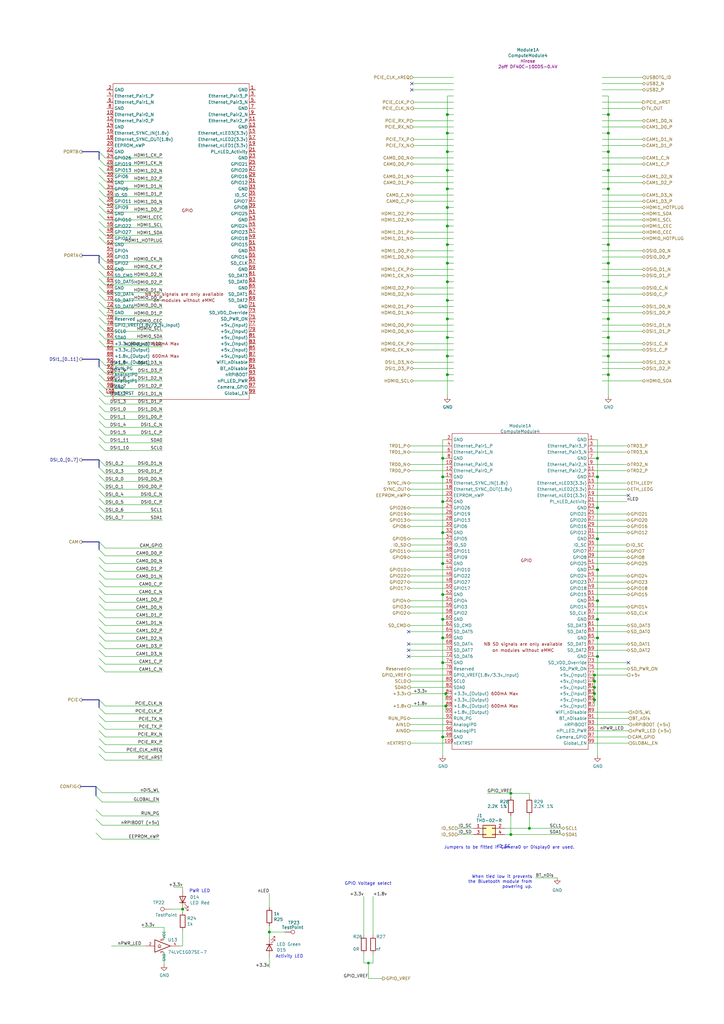
<source format=kicad_sch>
(kicad_sch (version 20210126) (generator eeschema)
  (paper "A3" portrait)
  (junction (at 74.93 372.872) (diameter 1.016))
  (junction (at 110.49 382.27) (diameter 1.016))
  (junction (at 151.13 394.97) (diameter 0.9144))
  (junction (at 181.61 187.96) (diameter 1.016))
  (junction (at 181.61 195.58) (diameter 1.016))
  (junction (at 181.61 205.74) (diameter 1.016))
  (junction (at 181.61 218.44) (diameter 1.016))
  (junction (at 181.61 231.14) (diameter 1.016))
  (junction (at 181.61 243.84) (diameter 1.016))
  (junction (at 181.61 254) (diameter 1.016))
  (junction (at 181.61 261.62) (diameter 1.016))
  (junction (at 181.61 271.78) (diameter 1.016))
  (junction (at 181.61 302.26) (diameter 1.016))
  (junction (at 182.88 284.48) (diameter 1.016))
  (junction (at 182.88 289.56) (diameter 1.016))
  (junction (at 183.515 46.99) (diameter 1.016))
  (junction (at 183.515 54.61) (diameter 1.016))
  (junction (at 183.515 62.23) (diameter 1.016))
  (junction (at 183.515 69.85) (diameter 1.016))
  (junction (at 183.515 77.47) (diameter 1.016))
  (junction (at 183.515 85.09) (diameter 1.016))
  (junction (at 183.515 92.71) (diameter 1.016))
  (junction (at 183.515 100.33) (diameter 1.016))
  (junction (at 183.515 107.95) (diameter 1.016))
  (junction (at 183.515 115.57) (diameter 1.016))
  (junction (at 183.515 123.19) (diameter 1.016))
  (junction (at 183.515 130.81) (diameter 1.016))
  (junction (at 183.515 138.43) (diameter 1.016))
  (junction (at 183.515 146.05) (diameter 1.016))
  (junction (at 183.515 153.67) (diameter 1.016))
  (junction (at 209.55 325.374) (diameter 1.016))
  (junction (at 209.55 342.265) (diameter 1.016))
  (junction (at 217.17 339.725) (diameter 1.016))
  (junction (at 243.84 276.86) (diameter 1.016))
  (junction (at 243.84 279.4) (diameter 1.016))
  (junction (at 243.84 281.94) (diameter 1.016))
  (junction (at 243.84 284.48) (diameter 1.016))
  (junction (at 243.84 287.02) (diameter 1.016))
  (junction (at 245.11 187.96) (diameter 1.016))
  (junction (at 245.11 195.58) (diameter 1.016))
  (junction (at 245.11 208.28) (diameter 1.016))
  (junction (at 245.11 220.98) (diameter 1.016))
  (junction (at 245.11 233.68) (diameter 1.016))
  (junction (at 245.11 246.38) (diameter 1.016))
  (junction (at 245.11 254) (diameter 1.016))
  (junction (at 245.11 261.62) (diameter 1.016))
  (junction (at 245.11 269.24) (diameter 1.016))
  (junction (at 249.555 46.99) (diameter 1.016))
  (junction (at 249.555 54.61) (diameter 1.016))
  (junction (at 249.555 62.23) (diameter 1.016))
  (junction (at 249.555 69.85) (diameter 1.016))
  (junction (at 249.555 77.47) (diameter 1.016))
  (junction (at 249.555 100.33) (diameter 1.016))
  (junction (at 249.555 107.95) (diameter 1.016))
  (junction (at 249.555 115.57) (diameter 1.016))
  (junction (at 249.555 123.19) (diameter 1.016))
  (junction (at 249.555 130.81) (diameter 1.016))
  (junction (at 249.555 138.43) (diameter 1.016))
  (junction (at 249.555 146.05) (diameter 1.016))
  (junction (at 249.555 153.67) (diameter 1.016))
  (no_connect (at 167.64 259.08))
  (no_connect (at 167.64 264.16))
  (no_connect (at 167.64 266.7))
  (no_connect (at 167.64 269.24))
  (no_connect (at 168.91 34.29))
  (no_connect (at 168.91 36.83))
  (no_connect (at 257.81 203.2))
  (no_connect (at 257.81 271.78))
  (bus_entry (at 39.37 322.58) (size 2.54 2.54) (stroke (width 0.1524)))
  (bus_entry (at 39.37 326.39) (size 2.54 2.54) (stroke (width 0.1524)))
  (bus_entry (at 39.37 332.105) (size 2.54 2.54) (stroke (width 0.1524)))
  (bus_entry (at 39.37 335.915) (size 2.54 2.54) (stroke (width 0.1524)))
  (bus_entry (at 39.37 341.63) (size 2.54 2.54) (stroke (width 0.1524)))
  (bus_entry (at 40.64 62.23) (size 2.54 2.54) (stroke (width 0.1524)))
  (bus_entry (at 40.64 65.405) (size 2.54 2.54) (stroke (width 0.1524)))
  (bus_entry (at 40.64 68.58) (size 2.54 2.54) (stroke (width 0.1524)))
  (bus_entry (at 40.64 71.755) (size 2.54 2.54) (stroke (width 0.1524)))
  (bus_entry (at 40.64 74.93) (size 2.54 2.54) (stroke (width 0.1524)))
  (bus_entry (at 40.64 78.105) (size 2.54 2.54) (stroke (width 0.1524)))
  (bus_entry (at 40.64 81.28) (size 2.54 2.54) (stroke (width 0.1524)))
  (bus_entry (at 40.64 84.455) (size 2.54 2.54) (stroke (width 0.1524)))
  (bus_entry (at 40.64 87.63) (size 2.54 2.54) (stroke (width 0.1524)))
  (bus_entry (at 40.64 90.805) (size 2.54 2.54) (stroke (width 0.1524)))
  (bus_entry (at 40.64 93.98) (size 2.54 2.54) (stroke (width 0.1524)))
  (bus_entry (at 40.64 97.155) (size 2.54 2.54) (stroke (width 0.1524)))
  (bus_entry (at 40.64 104.775) (size 2.54 2.54) (stroke (width 0.1524)))
  (bus_entry (at 40.64 107.95) (size 2.54 2.54) (stroke (width 0.1524)))
  (bus_entry (at 40.64 111.125) (size 2.54 2.54) (stroke (width 0.1524)))
  (bus_entry (at 40.64 114.3) (size 2.54 2.54) (stroke (width 0.1524)))
  (bus_entry (at 40.64 117.475) (size 2.54 2.54) (stroke (width 0.1524)))
  (bus_entry (at 40.64 120.65) (size 2.54 2.54) (stroke (width 0.1524)))
  (bus_entry (at 40.64 123.825) (size 2.54 2.54) (stroke (width 0.1524)))
  (bus_entry (at 40.64 127) (size 2.54 2.54) (stroke (width 0.1524)))
  (bus_entry (at 40.64 130.175) (size 2.54 2.54) (stroke (width 0.1524)))
  (bus_entry (at 40.64 133.35) (size 2.54 2.54) (stroke (width 0.1524)))
  (bus_entry (at 40.64 136.525) (size 2.54 2.54) (stroke (width 0.1524)))
  (bus_entry (at 40.64 139.7) (size 2.54 2.54) (stroke (width 0.1524)))
  (bus_entry (at 40.64 147.32) (size 2.54 2.54) (stroke (width 0.1524)))
  (bus_entry (at 40.64 150.495) (size 2.54 2.54) (stroke (width 0.1524)))
  (bus_entry (at 40.64 153.67) (size 2.54 2.54) (stroke (width 0.1524)))
  (bus_entry (at 40.64 156.845) (size 2.54 2.54) (stroke (width 0.1524)))
  (bus_entry (at 40.64 160.02) (size 2.54 2.54) (stroke (width 0.1524)))
  (bus_entry (at 40.64 163.195) (size 2.54 2.54) (stroke (width 0.1524)))
  (bus_entry (at 40.64 166.37) (size 2.54 2.54) (stroke (width 0.1524)))
  (bus_entry (at 40.64 169.545) (size 2.54 2.54) (stroke (width 0.1524)))
  (bus_entry (at 40.64 172.72) (size 2.54 2.54) (stroke (width 0.1524)))
  (bus_entry (at 40.64 175.895) (size 2.54 2.54) (stroke (width 0.1524)))
  (bus_entry (at 40.64 179.07) (size 2.54 2.54) (stroke (width 0.1524)))
  (bus_entry (at 40.64 182.245) (size 2.54 2.54) (stroke (width 0.1524)))
  (bus_entry (at 40.64 188.595) (size 2.54 2.54) (stroke (width 0.1524)))
  (bus_entry (at 40.64 191.77) (size 2.54 2.54) (stroke (width 0.1524)))
  (bus_entry (at 40.64 194.945) (size 2.54 2.54) (stroke (width 0.1524)))
  (bus_entry (at 40.64 198.12) (size 2.54 2.54) (stroke (width 0.1524)))
  (bus_entry (at 40.64 201.295) (size 2.54 2.54) (stroke (width 0.1524)))
  (bus_entry (at 40.64 204.47) (size 2.54 2.54) (stroke (width 0.1524)))
  (bus_entry (at 40.64 207.645) (size 2.54 2.54) (stroke (width 0.1524)))
  (bus_entry (at 40.64 210.82) (size 2.54 2.54) (stroke (width 0.1524)))
  (bus_entry (at 40.64 222.25) (size 2.54 2.54) (stroke (width 0.1524)))
  (bus_entry (at 40.64 225.425) (size 2.54 2.54) (stroke (width 0.1524)))
  (bus_entry (at 40.64 228.6) (size 2.54 2.54) (stroke (width 0.1524)))
  (bus_entry (at 40.64 231.775) (size 2.54 2.54) (stroke (width 0.1524)))
  (bus_entry (at 40.64 234.95) (size 2.54 2.54) (stroke (width 0.1524)))
  (bus_entry (at 40.64 238.125) (size 2.54 2.54) (stroke (width 0.1524)))
  (bus_entry (at 40.64 241.3) (size 2.54 2.54) (stroke (width 0.1524)))
  (bus_entry (at 40.64 244.475) (size 2.54 2.54) (stroke (width 0.1524)))
  (bus_entry (at 40.64 247.65) (size 2.54 2.54) (stroke (width 0.1524)))
  (bus_entry (at 40.64 250.825) (size 2.54 2.54) (stroke (width 0.1524)))
  (bus_entry (at 40.64 254) (size 2.54 2.54) (stroke (width 0.1524)))
  (bus_entry (at 40.64 257.175) (size 2.54 2.54) (stroke (width 0.1524)))
  (bus_entry (at 40.64 260.35) (size 2.54 2.54) (stroke (width 0.1524)))
  (bus_entry (at 40.64 263.525) (size 2.54 2.54) (stroke (width 0.1524)))
  (bus_entry (at 40.64 266.7) (size 2.54 2.54) (stroke (width 0.1524)))
  (bus_entry (at 40.64 269.875) (size 2.54 2.54) (stroke (width 0.1524)))
  (bus_entry (at 40.64 273.05) (size 2.54 2.54) (stroke (width 0.1524)))
  (bus_entry (at 40.64 287.02) (size 2.54 2.54) (stroke (width 0.1524)))
  (bus_entry (at 40.64 290.195) (size 2.54 2.54) (stroke (width 0.1524)))
  (bus_entry (at 40.64 293.37) (size 2.54 2.54) (stroke (width 0.1524)))
  (bus_entry (at 40.64 296.545) (size 2.54 2.54) (stroke (width 0.1524)))
  (bus_entry (at 40.64 299.72) (size 2.54 2.54) (stroke (width 0.1524)))
  (bus_entry (at 40.64 302.895) (size 2.54 2.54) (stroke (width 0.1524)))
  (bus_entry (at 40.64 306.07) (size 2.54 2.54) (stroke (width 0.1524)))
  (bus_entry (at 40.64 309.245) (size 2.54 2.54) (stroke (width 0.1524)))
  (wire (pts (xy 41.91 325.12) (xy 65.405 325.12)))
  (wire (pts (xy 41.91 328.93) (xy 65.405 328.93)))
  (wire (pts (xy 41.91 334.645) (xy 65.405 334.645)))
  (wire (pts (xy 41.91 338.455) (xy 65.405 338.455)))
  (wire (pts (xy 41.91 344.17) (xy 65.405 344.17)))
  (wire (pts (xy 43.18 64.77) (xy 66.675 64.77)))
  (wire (pts (xy 43.18 67.945) (xy 66.675 67.945)))
  (wire (pts (xy 43.18 71.12) (xy 66.675 71.12)))
  (wire (pts (xy 43.18 74.295) (xy 66.675 74.295)))
  (wire (pts (xy 43.18 77.47) (xy 66.675 77.47)))
  (wire (pts (xy 43.18 80.645) (xy 66.675 80.645)))
  (wire (pts (xy 43.18 83.82) (xy 66.675 83.82)))
  (wire (pts (xy 43.18 86.995) (xy 66.675 86.995)))
  (wire (pts (xy 43.18 90.17) (xy 66.675 90.17)))
  (wire (pts (xy 43.18 93.345) (xy 66.675 93.345)))
  (wire (pts (xy 43.18 96.52) (xy 66.675 96.52)))
  (wire (pts (xy 43.18 99.695) (xy 66.675 99.695)))
  (wire (pts (xy 43.18 107.315) (xy 66.675 107.315)))
  (wire (pts (xy 43.18 110.49) (xy 66.675 110.49)))
  (wire (pts (xy 43.18 113.665) (xy 66.675 113.665)))
  (wire (pts (xy 43.18 116.84) (xy 66.675 116.84)))
  (wire (pts (xy 43.18 120.015) (xy 66.675 120.015)))
  (wire (pts (xy 43.18 123.19) (xy 66.675 123.19)))
  (wire (pts (xy 43.18 126.365) (xy 66.675 126.365)))
  (wire (pts (xy 43.18 129.54) (xy 66.675 129.54)))
  (wire (pts (xy 43.18 132.715) (xy 66.675 132.715)))
  (wire (pts (xy 43.18 135.89) (xy 66.675 135.89)))
  (wire (pts (xy 43.18 139.065) (xy 66.675 139.065)))
  (wire (pts (xy 43.18 142.24) (xy 66.675 142.24)))
  (wire (pts (xy 43.18 149.86) (xy 66.675 149.86)))
  (wire (pts (xy 43.18 153.035) (xy 66.675 153.035)))
  (wire (pts (xy 43.18 156.21) (xy 66.675 156.21)))
  (wire (pts (xy 43.18 159.385) (xy 66.675 159.385)))
  (wire (pts (xy 43.18 162.56) (xy 66.675 162.56)))
  (wire (pts (xy 43.18 165.735) (xy 66.675 165.735)))
  (wire (pts (xy 43.18 168.91) (xy 66.675 168.91)))
  (wire (pts (xy 43.18 172.085) (xy 66.675 172.085)))
  (wire (pts (xy 43.18 175.26) (xy 66.675 175.26)))
  (wire (pts (xy 43.18 178.435) (xy 66.675 178.435)))
  (wire (pts (xy 43.18 181.61) (xy 66.675 181.61)))
  (wire (pts (xy 43.18 184.785) (xy 66.675 184.785)))
  (wire (pts (xy 43.18 191.135) (xy 66.675 191.135)))
  (wire (pts (xy 43.18 194.31) (xy 66.675 194.31)))
  (wire (pts (xy 43.18 197.485) (xy 66.675 197.485)))
  (wire (pts (xy 43.18 200.66) (xy 66.675 200.66)))
  (wire (pts (xy 43.18 203.835) (xy 66.675 203.835)))
  (wire (pts (xy 43.18 207.01) (xy 66.675 207.01)))
  (wire (pts (xy 43.18 210.185) (xy 66.675 210.185)))
  (wire (pts (xy 43.18 213.36) (xy 66.675 213.36)))
  (wire (pts (xy 43.18 224.79) (xy 66.675 224.79)))
  (wire (pts (xy 43.18 227.965) (xy 66.675 227.965)))
  (wire (pts (xy 43.18 231.14) (xy 66.675 231.14)))
  (wire (pts (xy 43.18 234.315) (xy 66.675 234.315)))
  (wire (pts (xy 43.18 237.49) (xy 66.675 237.49)))
  (wire (pts (xy 43.18 240.665) (xy 66.675 240.665)))
  (wire (pts (xy 43.18 243.84) (xy 66.675 243.84)))
  (wire (pts (xy 43.18 247.015) (xy 66.675 247.015)))
  (wire (pts (xy 43.18 250.19) (xy 66.675 250.19)))
  (wire (pts (xy 43.18 253.365) (xy 66.675 253.365)))
  (wire (pts (xy 43.18 256.54) (xy 66.675 256.54)))
  (wire (pts (xy 43.18 259.715) (xy 66.675 259.715)))
  (wire (pts (xy 43.18 262.89) (xy 66.675 262.89)))
  (wire (pts (xy 43.18 266.065) (xy 66.675 266.065)))
  (wire (pts (xy 43.18 269.24) (xy 66.675 269.24)))
  (wire (pts (xy 43.18 272.415) (xy 66.675 272.415)))
  (wire (pts (xy 43.18 275.59) (xy 66.675 275.59)))
  (wire (pts (xy 43.18 289.56) (xy 66.675 289.56)))
  (wire (pts (xy 43.18 292.735) (xy 66.675 292.735)))
  (wire (pts (xy 43.18 295.91) (xy 66.675 295.91)))
  (wire (pts (xy 43.18 299.085) (xy 66.675 299.085)))
  (wire (pts (xy 43.18 302.26) (xy 66.675 302.26)))
  (wire (pts (xy 43.18 305.435) (xy 66.675 305.435)))
  (wire (pts (xy 43.18 308.61) (xy 66.675 308.61)))
  (wire (pts (xy 43.18 311.785) (xy 66.675 311.785)))
  (wire (pts (xy 45.72 387.985) (xy 59.69 387.985)))
  (wire (pts (xy 67.31 380.365) (xy 58.42 380.365)))
  (wire (pts (xy 67.31 385.445) (xy 67.31 380.365)))
  (wire (pts (xy 67.31 390.525) (xy 67.31 395.605)))
  (wire (pts (xy 69.9262 372.872) (xy 74.93 372.872)))
  (wire (pts (xy 74.93 363.855) (xy 71.12 363.855)))
  (wire (pts (xy 74.93 365.125) (xy 74.93 363.855)))
  (wire (pts (xy 74.93 372.745) (xy 74.93 372.872)))
  (wire (pts (xy 74.93 372.872) (xy 74.93 374.015)))
  (wire (pts (xy 74.93 381.635) (xy 74.93 387.985)))
  (wire (pts (xy 74.93 387.985) (xy 73.66 387.985)))
  (wire (pts (xy 110.49 366.395) (xy 110.49 372.11)))
  (wire (pts (xy 110.49 379.73) (xy 110.49 382.27)))
  (wire (pts (xy 110.49 382.27) (xy 110.49 384.81)))
  (wire (pts (xy 110.49 392.43) (xy 110.49 396.875)))
  (wire (pts (xy 116.84 382.27) (xy 110.49 382.27)))
  (wire (pts (xy 149.225 367.665) (xy 149.225 383.54)))
  (wire (pts (xy 149.225 391.16) (xy 149.225 394.97)))
  (wire (pts (xy 149.225 394.97) (xy 151.13 394.97)))
  (wire (pts (xy 151.13 394.97) (xy 153.035 394.97)))
  (wire (pts (xy 151.13 401.32) (xy 151.13 394.97)))
  (wire (pts (xy 153.035 367.665) (xy 153.035 383.54)))
  (wire (pts (xy 153.035 391.16) (xy 153.035 394.97)))
  (wire (pts (xy 156.845 401.32) (xy 151.13 401.32)))
  (wire (pts (xy 167.64 259.08) (xy 182.88 259.08)))
  (wire (pts (xy 167.64 264.16) (xy 182.88 264.16)))
  (wire (pts (xy 167.64 266.7) (xy 182.88 266.7)))
  (wire (pts (xy 167.64 269.24) (xy 182.88 269.24)))
  (wire (pts (xy 168.275 182.88) (xy 182.88 182.88)))
  (wire (pts (xy 168.275 185.42) (xy 182.88 185.42)))
  (wire (pts (xy 168.275 190.5) (xy 182.88 190.5)))
  (wire (pts (xy 168.275 193.04) (xy 182.88 193.04)))
  (wire (pts (xy 168.275 198.12) (xy 182.88 198.12)))
  (wire (pts (xy 168.275 200.66) (xy 182.88 200.66)))
  (wire (pts (xy 168.275 203.2) (xy 182.88 203.2)))
  (wire (pts (xy 168.275 208.28) (xy 182.88 208.28)))
  (wire (pts (xy 168.275 210.82) (xy 182.88 210.82)))
  (wire (pts (xy 168.275 213.36) (xy 182.88 213.36)))
  (wire (pts (xy 168.275 215.9) (xy 182.88 215.9)))
  (wire (pts (xy 168.275 220.98) (xy 182.88 220.98)))
  (wire (pts (xy 168.275 223.52) (xy 182.88 223.52)))
  (wire (pts (xy 168.275 226.06) (xy 182.88 226.06)))
  (wire (pts (xy 168.275 228.6) (xy 182.88 228.6)))
  (wire (pts (xy 168.275 233.68) (xy 182.88 233.68)))
  (wire (pts (xy 168.275 236.22) (xy 182.88 236.22)))
  (wire (pts (xy 168.275 238.76) (xy 182.88 238.76)))
  (wire (pts (xy 168.275 241.3) (xy 182.88 241.3)))
  (wire (pts (xy 168.275 246.38) (xy 182.88 246.38)))
  (wire (pts (xy 168.275 248.92) (xy 182.88 248.92)))
  (wire (pts (xy 168.275 251.46) (xy 182.88 251.46)))
  (wire (pts (xy 168.275 256.54) (xy 182.88 256.54)))
  (wire (pts (xy 168.275 274.32) (xy 182.88 274.32)))
  (wire (pts (xy 168.275 276.86) (xy 182.88 276.86)))
  (wire (pts (xy 168.275 279.4) (xy 182.88 279.4)))
  (wire (pts (xy 168.275 281.94) (xy 182.88 281.94)))
  (wire (pts (xy 168.275 284.48) (xy 182.88 284.48)))
  (wire (pts (xy 168.275 289.56) (xy 182.88 289.56)))
  (wire (pts (xy 168.275 294.64) (xy 182.88 294.64)))
  (wire (pts (xy 168.275 297.18) (xy 182.88 297.18)))
  (wire (pts (xy 168.275 299.72) (xy 182.88 299.72)))
  (wire (pts (xy 168.275 304.8) (xy 182.88 304.8)))
  (wire (pts (xy 168.91 34.29) (xy 186.055 34.29)))
  (wire (pts (xy 168.91 36.83) (xy 186.055 36.83)))
  (wire (pts (xy 169.545 31.75) (xy 186.055 31.75)))
  (wire (pts (xy 169.545 41.91) (xy 186.055 41.91)))
  (wire (pts (xy 169.545 44.45) (xy 186.055 44.45)))
  (wire (pts (xy 169.545 57.15) (xy 186.055 57.15)))
  (wire (pts (xy 169.545 59.69) (xy 186.055 59.69)))
  (wire (pts (xy 169.545 80.01) (xy 186.055 80.01)))
  (wire (pts (xy 169.545 82.55) (xy 186.055 82.55)))
  (wire (pts (xy 169.545 87.63) (xy 186.055 87.63)))
  (wire (pts (xy 169.545 90.17) (xy 186.055 90.17)))
  (wire (pts (xy 169.545 95.25) (xy 186.055 95.25)))
  (wire (pts (xy 169.545 97.79) (xy 186.055 97.79)))
  (wire (pts (xy 169.545 102.87) (xy 186.055 102.87)))
  (wire (pts (xy 169.545 105.41) (xy 186.055 105.41)))
  (wire (pts (xy 169.545 118.11) (xy 186.055 118.11)))
  (wire (pts (xy 169.545 120.65) (xy 186.055 120.65)))
  (wire (pts (xy 169.545 133.35) (xy 186.055 133.35)))
  (wire (pts (xy 169.545 135.89) (xy 186.055 135.89)))
  (wire (pts (xy 169.545 148.59) (xy 186.055 148.59)))
  (wire (pts (xy 169.545 151.13) (xy 186.055 151.13)))
  (wire (pts (xy 169.545 156.21) (xy 186.055 156.21)))
  (wire (pts (xy 181.61 180.34) (xy 181.61 187.96)))
  (wire (pts (xy 181.61 187.96) (xy 181.61 195.58)))
  (wire (pts (xy 181.61 195.58) (xy 181.61 205.74)))
  (wire (pts (xy 181.61 205.74) (xy 181.61 218.44)))
  (wire (pts (xy 181.61 205.74) (xy 182.88 205.74)))
  (wire (pts (xy 181.61 218.44) (xy 181.61 231.14)))
  (wire (pts (xy 181.61 218.44) (xy 182.88 218.44)))
  (wire (pts (xy 181.61 231.14) (xy 181.61 243.84)))
  (wire (pts (xy 181.61 231.14) (xy 182.88 231.14)))
  (wire (pts (xy 181.61 243.84) (xy 181.61 254)))
  (wire (pts (xy 181.61 243.84) (xy 182.88 243.84)))
  (wire (pts (xy 181.61 254) (xy 181.61 261.62)))
  (wire (pts (xy 181.61 254) (xy 182.88 254)))
  (wire (pts (xy 181.61 261.62) (xy 181.61 271.78)))
  (wire (pts (xy 181.61 261.62) (xy 182.88 261.62)))
  (wire (pts (xy 181.61 271.78) (xy 181.61 302.26)))
  (wire (pts (xy 181.61 271.78) (xy 182.88 271.78)))
  (wire (pts (xy 181.61 302.26) (xy 181.61 309.88)))
  (wire (pts (xy 182.88 180.34) (xy 181.61 180.34)))
  (wire (pts (xy 182.88 187.96) (xy 181.61 187.96)))
  (wire (pts (xy 182.88 195.58) (xy 181.61 195.58)))
  (wire (pts (xy 182.88 287.02) (xy 182.88 284.48)))
  (wire (pts (xy 182.88 289.56) (xy 183.134 289.56)))
  (wire (pts (xy 182.88 292.1) (xy 182.88 289.56)))
  (wire (pts (xy 182.88 302.26) (xy 181.61 302.26)))
  (wire (pts (xy 183.515 39.37) (xy 183.515 46.99)))
  (wire (pts (xy 183.515 46.99) (xy 183.515 54.61)))
  (wire (pts (xy 183.515 46.99) (xy 186.055 46.99)))
  (wire (pts (xy 183.515 54.61) (xy 183.515 62.23)))
  (wire (pts (xy 183.515 54.61) (xy 186.055 54.61)))
  (wire (pts (xy 183.515 62.23) (xy 183.515 69.85)))
  (wire (pts (xy 183.515 62.23) (xy 186.055 62.23)))
  (wire (pts (xy 183.515 69.85) (xy 183.515 77.47)))
  (wire (pts (xy 183.515 69.85) (xy 186.055 69.85)))
  (wire (pts (xy 183.515 77.47) (xy 183.515 85.09)))
  (wire (pts (xy 183.515 77.47) (xy 186.055 77.47)))
  (wire (pts (xy 183.515 85.09) (xy 183.515 92.71)))
  (wire (pts (xy 183.515 85.09) (xy 186.055 85.09)))
  (wire (pts (xy 183.515 92.71) (xy 183.515 100.33)))
  (wire (pts (xy 183.515 92.71) (xy 186.055 92.71)))
  (wire (pts (xy 183.515 100.33) (xy 183.515 107.95)))
  (wire (pts (xy 183.515 100.33) (xy 186.055 100.33)))
  (wire (pts (xy 183.515 107.95) (xy 183.515 115.57)))
  (wire (pts (xy 183.515 107.95) (xy 186.055 107.95)))
  (wire (pts (xy 183.515 115.57) (xy 183.515 123.19)))
  (wire (pts (xy 183.515 115.57) (xy 186.055 115.57)))
  (wire (pts (xy 183.515 123.19) (xy 183.515 130.81)))
  (wire (pts (xy 183.515 123.19) (xy 186.055 123.19)))
  (wire (pts (xy 183.515 130.81) (xy 183.515 138.43)))
  (wire (pts (xy 183.515 130.81) (xy 186.055 130.81)))
  (wire (pts (xy 183.515 138.43) (xy 183.515 146.05)))
  (wire (pts (xy 183.515 138.43) (xy 186.055 138.43)))
  (wire (pts (xy 183.515 146.05) (xy 183.515 153.67)))
  (wire (pts (xy 183.515 153.67) (xy 183.515 162.56)))
  (wire (pts (xy 186.055 39.37) (xy 183.515 39.37)))
  (wire (pts (xy 186.055 49.53) (xy 169.545 49.53)))
  (wire (pts (xy 186.055 52.07) (xy 169.545 52.07)))
  (wire (pts (xy 186.055 64.77) (xy 169.545 64.77)))
  (wire (pts (xy 186.055 67.31) (xy 169.545 67.31)))
  (wire (pts (xy 186.055 72.39) (xy 169.545 72.39)))
  (wire (pts (xy 186.055 74.93) (xy 169.545 74.93)))
  (wire (pts (xy 186.055 110.49) (xy 169.545 110.49)))
  (wire (pts (xy 186.055 113.03) (xy 169.545 113.03)))
  (wire (pts (xy 186.055 125.73) (xy 169.545 125.73)))
  (wire (pts (xy 186.055 128.27) (xy 169.545 128.27)))
  (wire (pts (xy 186.055 140.97) (xy 169.545 140.97)))
  (wire (pts (xy 186.055 143.51) (xy 169.545 143.51)))
  (wire (pts (xy 186.055 146.05) (xy 183.515 146.05)))
  (wire (pts (xy 186.055 153.67) (xy 183.515 153.67)))
  (wire (pts (xy 187.96 339.725) (xy 194.31 339.725)))
  (wire (pts (xy 187.96 342.265) (xy 194.31 342.265)))
  (wire (pts (xy 199.898 325.374) (xy 209.55 325.374)))
  (wire (pts (xy 207.01 339.725) (xy 217.17 339.725)))
  (wire (pts (xy 207.01 342.265) (xy 209.55 342.265)))
  (wire (pts (xy 209.55 325.374) (xy 209.55 326.898)))
  (wire (pts (xy 209.55 325.374) (xy 217.17 325.374)))
  (wire (pts (xy 209.55 334.518) (xy 209.55 342.265)))
  (wire (pts (xy 209.55 342.265) (xy 230.378 342.265)))
  (wire (pts (xy 217.17 325.374) (xy 217.17 326.898)))
  (wire (pts (xy 217.17 334.518) (xy 217.17 339.725)))
  (wire (pts (xy 217.17 339.725) (xy 230.505 339.725)))
  (wire (pts (xy 219.71 360.045) (xy 228.6 360.045)))
  (wire (pts (xy 243.84 180.34) (xy 245.11 180.34)))
  (wire (pts (xy 243.84 182.88) (xy 256.794 182.88)))
  (wire (pts (xy 243.84 185.42) (xy 256.794 185.42)))
  (wire (pts (xy 243.84 187.96) (xy 245.11 187.96)))
  (wire (pts (xy 243.84 190.5) (xy 256.794 190.5)))
  (wire (pts (xy 243.84 193.04) (xy 256.794 193.04)))
  (wire (pts (xy 243.84 195.58) (xy 245.11 195.58)))
  (wire (pts (xy 243.84 198.12) (xy 256.794 198.12)))
  (wire (pts (xy 243.84 200.66) (xy 256.794 200.66)))
  (wire (pts (xy 243.84 205.74) (xy 257.175 205.74)))
  (wire (pts (xy 243.84 208.28) (xy 245.11 208.28)))
  (wire (pts (xy 243.84 210.82) (xy 257.175 210.82)))
  (wire (pts (xy 243.84 213.36) (xy 257.175 213.36)))
  (wire (pts (xy 243.84 215.9) (xy 257.175 215.9)))
  (wire (pts (xy 243.84 218.44) (xy 257.175 218.44)))
  (wire (pts (xy 243.84 220.98) (xy 245.11 220.98)))
  (wire (pts (xy 243.84 223.52) (xy 257.175 223.52)))
  (wire (pts (xy 243.84 226.06) (xy 257.175 226.06)))
  (wire (pts (xy 243.84 228.6) (xy 257.175 228.6)))
  (wire (pts (xy 243.84 231.14) (xy 257.175 231.14)))
  (wire (pts (xy 243.84 233.68) (xy 245.11 233.68)))
  (wire (pts (xy 243.84 236.22) (xy 257.175 236.22)))
  (wire (pts (xy 243.84 238.76) (xy 257.175 238.76)))
  (wire (pts (xy 243.84 241.3) (xy 257.175 241.3)))
  (wire (pts (xy 243.84 243.84) (xy 257.175 243.84)))
  (wire (pts (xy 243.84 246.38) (xy 245.11 246.38)))
  (wire (pts (xy 243.84 248.92) (xy 257.175 248.92)))
  (wire (pts (xy 243.84 254) (xy 245.11 254)))
  (wire (pts (xy 243.84 259.08) (xy 257.175 259.08)))
  (wire (pts (xy 243.84 261.62) (xy 245.11 261.62)))
  (wire (pts (xy 243.84 266.7) (xy 257.175 266.7)))
  (wire (pts (xy 243.84 269.24) (xy 245.11 269.24)))
  (wire (pts (xy 243.84 274.32) (xy 257.175 274.32)))
  (wire (pts (xy 243.84 276.86) (xy 243.84 279.4)))
  (wire (pts (xy 243.84 276.86) (xy 257.175 276.86)))
  (wire (pts (xy 243.84 279.4) (xy 243.84 281.94)))
  (wire (pts (xy 243.84 281.94) (xy 243.84 284.48)))
  (wire (pts (xy 243.84 284.48) (xy 243.84 287.02)))
  (wire (pts (xy 243.84 287.02) (xy 243.84 289.56)))
  (wire (pts (xy 243.84 292.1) (xy 257.81 292.1)))
  (wire (pts (xy 243.84 294.64) (xy 257.81 294.64)))
  (wire (pts (xy 243.84 297.18) (xy 257.81 297.18)))
  (wire (pts (xy 243.84 299.72) (xy 257.81 299.72)))
  (wire (pts (xy 243.84 302.26) (xy 257.81 302.26)))
  (wire (pts (xy 243.84 304.8) (xy 257.81 304.8)))
  (wire (pts (xy 245.11 180.34) (xy 245.11 187.96)))
  (wire (pts (xy 245.11 187.96) (xy 245.11 195.58)))
  (wire (pts (xy 245.11 195.58) (xy 245.11 208.28)))
  (wire (pts (xy 245.11 208.28) (xy 245.11 220.98)))
  (wire (pts (xy 245.11 220.98) (xy 245.11 233.68)))
  (wire (pts (xy 245.11 233.68) (xy 245.11 246.38)))
  (wire (pts (xy 245.11 246.38) (xy 245.11 254)))
  (wire (pts (xy 245.11 254) (xy 245.11 261.62)))
  (wire (pts (xy 245.11 261.62) (xy 245.11 269.24)))
  (wire (pts (xy 245.11 269.24) (xy 245.11 309.88)))
  (wire (pts (xy 247.015 34.29) (xy 263.525 34.29)))
  (wire (pts (xy 247.015 36.83) (xy 263.525 36.83)))
  (wire (pts (xy 247.015 41.91) (xy 263.525 41.91)))
  (wire (pts (xy 247.015 44.45) (xy 263.525 44.45)))
  (wire (pts (xy 247.015 46.99) (xy 249.555 46.99)))
  (wire (pts (xy 247.015 54.61) (xy 249.555 54.61)))
  (wire (pts (xy 247.015 62.23) (xy 249.555 62.23)))
  (wire (pts (xy 247.015 64.77) (xy 263.525 64.77)))
  (wire (pts (xy 247.015 67.31) (xy 263.525 67.31)))
  (wire (pts (xy 247.015 69.85) (xy 249.555 69.85)))
  (wire (pts (xy 247.015 72.39) (xy 263.525 72.39)))
  (wire (pts (xy 247.015 74.93) (xy 263.525 74.93)))
  (wire (pts (xy 247.015 77.47) (xy 249.555 77.47)))
  (wire (pts (xy 247.015 85.09) (xy 263.525 85.09)))
  (wire (pts (xy 247.015 87.63) (xy 263.525 87.63)))
  (wire (pts (xy 247.015 90.17) (xy 263.525 90.17)))
  (wire (pts (xy 247.015 92.71) (xy 263.525 92.71)))
  (wire (pts (xy 247.015 95.25) (xy 263.525 95.25)))
  (wire (pts (xy 247.015 97.79) (xy 263.525 97.79)))
  (wire (pts (xy 247.015 100.33) (xy 249.555 100.33)))
  (wire (pts (xy 247.015 107.95) (xy 249.555 107.95)))
  (wire (pts (xy 247.015 110.49) (xy 263.525 110.49)))
  (wire (pts (xy 247.015 113.03) (xy 263.525 113.03)))
  (wire (pts (xy 247.015 115.57) (xy 249.555 115.57)))
  (wire (pts (xy 247.015 118.11) (xy 263.525 118.11)))
  (wire (pts (xy 247.015 120.65) (xy 263.525 120.65)))
  (wire (pts (xy 247.015 123.19) (xy 249.555 123.19)))
  (wire (pts (xy 247.015 130.81) (xy 249.555 130.81)))
  (wire (pts (xy 247.015 138.43) (xy 249.555 138.43)))
  (wire (pts (xy 247.015 140.97) (xy 263.525 140.97)))
  (wire (pts (xy 247.015 143.51) (xy 263.525 143.51)))
  (wire (pts (xy 247.015 146.05) (xy 249.555 146.05)))
  (wire (pts (xy 247.015 148.59) (xy 263.525 148.59)))
  (wire (pts (xy 247.015 151.13) (xy 263.525 151.13)))
  (wire (pts (xy 247.015 153.67) (xy 249.555 153.67)))
  (wire (pts (xy 247.015 156.21) (xy 263.525 156.21)))
  (wire (pts (xy 249.555 39.37) (xy 247.015 39.37)))
  (wire (pts (xy 249.555 46.99) (xy 249.555 39.37)))
  (wire (pts (xy 249.555 54.61) (xy 249.555 46.99)))
  (wire (pts (xy 249.555 62.23) (xy 249.555 54.61)))
  (wire (pts (xy 249.555 69.85) (xy 249.555 62.23)))
  (wire (pts (xy 249.555 77.47) (xy 249.555 69.85)))
  (wire (pts (xy 249.555 77.47) (xy 249.555 100.33)))
  (wire (pts (xy 249.555 100.33) (xy 249.555 107.95)))
  (wire (pts (xy 249.555 107.95) (xy 249.555 115.57)))
  (wire (pts (xy 249.555 115.57) (xy 249.555 123.19)))
  (wire (pts (xy 249.555 123.19) (xy 249.555 130.81)))
  (wire (pts (xy 249.555 130.81) (xy 249.555 138.43)))
  (wire (pts (xy 249.555 138.43) (xy 249.555 146.05)))
  (wire (pts (xy 249.555 146.05) (xy 249.555 153.67)))
  (wire (pts (xy 249.555 153.67) (xy 249.555 162.56)))
  (wire (pts (xy 257.175 251.46) (xy 243.84 251.46)))
  (wire (pts (xy 257.175 256.54) (xy 243.84 256.54)))
  (wire (pts (xy 257.175 264.16) (xy 243.84 264.16)))
  (wire (pts (xy 257.81 203.2) (xy 243.84 203.2)))
  (wire (pts (xy 257.81 271.78) (xy 243.84 271.78)))
  (wire (pts (xy 263.525 31.75) (xy 247.015 31.75)))
  (wire (pts (xy 263.525 49.53) (xy 247.015 49.53)))
  (wire (pts (xy 263.525 52.07) (xy 247.015 52.07)))
  (wire (pts (xy 263.525 57.15) (xy 247.015 57.15)))
  (wire (pts (xy 263.525 59.69) (xy 247.015 59.69)))
  (wire (pts (xy 263.525 80.01) (xy 247.015 80.01)))
  (wire (pts (xy 263.525 82.55) (xy 247.015 82.55)))
  (wire (pts (xy 263.525 102.87) (xy 247.015 102.87)))
  (wire (pts (xy 263.525 105.41) (xy 247.015 105.41)))
  (wire (pts (xy 263.525 125.73) (xy 247.015 125.73)))
  (wire (pts (xy 263.525 128.27) (xy 247.015 128.27)))
  (wire (pts (xy 263.525 133.35) (xy 247.015 133.35)))
  (wire (pts (xy 263.525 135.89) (xy 247.015 135.89)))
  (bus (pts (xy 33.02 322.58) (xy 39.37 322.58)))
  (bus (pts (xy 33.655 62.23) (xy 40.64 62.23)))
  (bus (pts (xy 33.655 104.775) (xy 40.64 104.775)))
  (bus (pts (xy 33.655 147.32) (xy 40.64 147.32)))
  (bus (pts (xy 33.655 188.595) (xy 40.64 188.595)))
  (bus (pts (xy 33.655 222.25) (xy 40.64 222.25)))
  (bus (pts (xy 33.655 287.02) (xy 40.64 287.02)))
  (bus (pts (xy 39.37 322.58) (xy 39.37 341.63)))
  (bus (pts (xy 40.64 62.23) (xy 40.64 97.155)))
  (bus (pts (xy 40.64 104.775) (xy 40.64 139.7)))
  (bus (pts (xy 40.64 147.32) (xy 40.64 182.245)))
  (bus (pts (xy 40.64 188.595) (xy 40.64 210.82)))
  (bus (pts (xy 40.64 222.25) (xy 40.64 273.05)))
  (bus (pts (xy 40.64 287.02) (xy 40.64 309.245)))
  (text "PWR LED" (at 77.597 366.268 0) (effects (font (size 1.27 1.27)) (justify left bottom)))
  (text "Activity LED" (at 113.03 393.065 0) (effects (font (size 1.27 1.27)) (justify left bottom)))
  (text "GPIO Voltage select\n" (at 160.655 363.22 180) (effects (font (size 1.27 1.27)) (justify right bottom)))
  (text "ID_SC" (at 209.55 347.98 180) (effects (font (size 1.27 1.27)) (justify right bottom)))
  (text "When tied low it prevents\nthe Bluetooth module from\npowering up." (at 218.44 364.49 0) (effects (font (size 1.27 1.27)) (justify right bottom)))
  (text "Jumpers to be fitted if Camera0 or Display0 are used.\n" (at 235.712 348.361 0) (effects (font (size 1.27 1.27)) (justify right bottom)))
  (label "DSI1_8" (at 45.085 149.86 0))
  (label "DSI1_9" (at 45.085 153.035 0))
  (label "DSI1_6" (at 45.085 156.21 0))
  (label "DSI1_7" (at 45.085 159.385 0))
  (label "DSI1_2" (at 45.085 162.56 0))
  (label "DSI1_3" (at 45.085 165.735 0))
  (label "DSI1_0" (at 45.085 168.91 0))
  (label "DSI1_1" (at 45.085 172.085 0))
  (label "DSI1_4" (at 45.085 175.26 0))
  (label "DSI1_5" (at 45.085 178.435 0))
  (label "DSI1_11" (at 45.085 181.61 0))
  (label "DSI1_10" (at 45.085 184.785 0))
  (label "nPWR_LED" (at 48.26 387.985 0))
  (label "DSI_0_2" (at 50.8 191.135 180))
  (label "DSI_0_3" (at 50.8 194.31 180))
  (label "DSI_0_0" (at 50.8 197.485 180))
  (label "DSI_0_1" (at 50.8 200.66 180))
  (label "DSI_0_4" (at 50.8 203.835 180))
  (label "DSI_0_5" (at 50.8 207.01 180))
  (label "DSI_0_6" (at 50.8 210.185 180))
  (label "DSI_0_7" (at 50.8 213.36 180))
  (label "+3.3v" (at 63.5 380.365 180))
  (label "nDIS_WL" (at 65.405 325.12 180))
  (label "GLOBAL_EN" (at 65.405 328.93 180))
  (label "RUN_PG" (at 65.405 334.645 180))
  (label "nRPIBOOT (+5v)" (at 65.405 338.455 180))
  (label "EEPROM_nWP" (at 65.405 344.17 180))
  (label "HDMI1_CK_P" (at 66.675 64.77 180))
  (label "HDMI1_CK_N" (at 66.675 67.945 180))
  (label "HDMI1_D2_N" (at 66.675 71.12 180))
  (label "HDMI1_D2_P" (at 66.675 74.295 180))
  (label "HDMI1_D1_N" (at 66.675 77.47 180))
  (label "HDMI1_D1_P" (at 66.675 80.645 180))
  (label "HDMI1_D0_N" (at 66.675 83.82 180))
  (label "HDMI1_D0_P" (at 66.675 86.995 180))
  (label "HDMI1_CEC" (at 66.675 90.17 180))
  (label "HDMI1_SCL" (at 66.675 93.345 180))
  (label "HDMI1_SDA" (at 66.675 96.52 180))
  (label "HDMI1_HOTPLUG" (at 66.675 99.695 180))
  (label "HDMI0_CK_N" (at 66.675 107.315 180))
  (label "HDMI0_CK_P" (at 66.675 110.49 180))
  (label "HDMI0_D2_N" (at 66.675 113.665 180))
  (label "HDMI0_D2_P" (at 66.675 116.84 180))
  (label "HDMI0_D1_N" (at 66.675 120.015 180))
  (label "HDMI0_D0_P" (at 66.675 123.19 180))
  (label "HDMI0_D0_N" (at 66.675 126.365 180))
  (label "HDMI0_D1_P" (at 66.675 129.54 180))
  (label "HDMI0_CEC" (at 66.675 132.715 180))
  (label "HDMI0_SCL" (at 66.675 135.89 180))
  (label "HDMI0_SDA" (at 66.675 139.065 180))
  (label "HDMI0_HOTPLUG" (at 66.675 142.24 180))
  (label "DSI1_D3_N" (at 66.675 149.86 180))
  (label "DSI1_D3_P" (at 66.675 153.035 180))
  (label "DSI1_D2_N" (at 66.675 156.21 180))
  (label "DSI1_D2_P" (at 66.675 159.385 180))
  (label "DSI1_D1_N" (at 66.675 162.56 180))
  (label "DSI1_D1_P" (at 66.675 165.735 180))
  (label "DSI1_D0_N" (at 66.675 168.91 180))
  (label "DSI1_D0_P" (at 66.675 172.085 180))
  (label "DSI1_C_N" (at 66.675 175.26 180))
  (label "DSI1_C_P" (at 66.675 178.435 180))
  (label "SDA0" (at 66.675 181.61 180))
  (label "SCL0" (at 66.675 184.785 180))
  (label "DSI0_D1_N" (at 66.675 191.135 180))
  (label "DSI0_D1_P" (at 66.675 194.31 180))
  (label "DSI0_D0_N" (at 66.675 197.485 180))
  (label "DSI0_D0_P" (at 66.675 200.66 180))
  (label "DSI0_C_N" (at 66.675 203.835 180))
  (label "DSI0_C_P" (at 66.675 207.01 180))
  (label "SCL1" (at 66.675 210.185 180))
  (label "SDA1" (at 66.675 213.36 180))
  (label "CAM_GPIO" (at 66.675 224.79 180))
  (label "CAM0_D0_P" (at 66.675 227.965 180))
  (label "CAM0_D0_N" (at 66.675 231.14 180))
  (label "CAM0_D1_P" (at 66.675 234.315 180))
  (label "CAM0_D1_N" (at 66.675 237.49 180))
  (label "CAM0_C_P" (at 66.675 240.665 180))
  (label "CAM0_C_N" (at 66.675 243.84 180))
  (label "CAM1_D0_P" (at 66.675 247.015 180))
  (label "CAM1_D0_N" (at 66.675 250.19 180))
  (label "CAM1_D1_P" (at 66.675 253.365 180))
  (label "CAM1_D1_N" (at 66.675 256.54 180))
  (label "CAM1_D2_P" (at 66.675 259.715 180))
  (label "CAM1_D2_N" (at 66.675 262.89 180))
  (label "CAM1_D3_P" (at 66.675 266.065 180))
  (label "CAM1_D3_N" (at 66.675 269.24 180))
  (label "CAM1_C_P" (at 66.675 272.415 180))
  (label "CAM1_C_N" (at 66.675 275.59 180))
  (label "PCIE_CLK_N" (at 66.675 289.56 180))
  (label "PCIE_CLK_P" (at 66.675 292.735 180))
  (label "PCIE_TX_N" (at 66.675 295.91 180))
  (label "PCIE_TX_P" (at 66.675 299.085 180))
  (label "PCIE_RX_N" (at 66.675 302.26 180))
  (label "PCIE_RX_P" (at 66.675 305.435 180))
  (label "PCIE_CLK_nREQ" (at 66.675 308.61 180))
  (label "PCIE_nRST" (at 66.675 311.785 180))
  (label "+3.3v" (at 74.93 363.855 180))
  (label "nLED" (at 110.49 366.395 180))
  (label "+3.3v" (at 110.49 396.875 180))
  (label "+3.3v" (at 149.225 367.665 180))
  (label "GPIO_VREF" (at 151.13 401.32 180))
  (label "+1.8v" (at 153.035 367.665 0))
  (label "+3.3v" (at 175.26 284.48 180))
  (label "+1.8v" (at 175.26 289.56 180))
  (label "ID_SC" (at 193.548 339.725 180))
  (label "ID_SD" (at 193.548 342.265 180))
  (label "GPIO_VREF" (at 199.898 325.374 0))
  (label "BT_nDis" (at 219.71 360.045 0))
  (label "SCL1" (at 230.378 339.725 180))
  (label "SDA1" (at 230.378 342.265 180))
  (label "nPWR_LED" (at 255.905 299.72 180))
  (label "nLED" (at 257.175 205.74 0))
  (hierarchical_label "CONFIG" (shape output) (at 33.02 322.58 180))
  (hierarchical_label "PORTB" (shape output) (at 33.655 62.23 180))
  (hierarchical_label "PORTA" (shape output) (at 33.655 104.775 180))
  (hierarchical_label "DSI1_[0..11]" (shape output) (at 33.655 147.32 180))
  (hierarchical_label "DSI_0_[0..7]" (shape output) (at 33.655 188.595 180))
  (hierarchical_label "CAM" (shape output) (at 33.655 222.25 180))
  (hierarchical_label "PCIE" (shape output) (at 33.655 287.02 180))
  (hierarchical_label "GPIO_VREF" (shape output) (at 156.845 401.32 0))
  (hierarchical_label "TRD1_P" (shape bidirectional) (at 168.275 182.88 180))
  (hierarchical_label "TRD1_N" (shape bidirectional) (at 168.275 185.42 180))
  (hierarchical_label "TRD0_N" (shape bidirectional) (at 168.275 190.5 180))
  (hierarchical_label "TRD0_P" (shape bidirectional) (at 168.275 193.04 180))
  (hierarchical_label "SYNC_IN" (shape bidirectional) (at 168.275 198.12 180))
  (hierarchical_label "SYNC_OUT" (shape bidirectional) (at 168.275 200.66 180))
  (hierarchical_label "EEPROM_nWP" (shape bidirectional) (at 168.275 203.2 180))
  (hierarchical_label "GPIO26" (shape bidirectional) (at 168.275 208.28 180))
  (hierarchical_label "GPIO19" (shape bidirectional) (at 168.275 210.82 180))
  (hierarchical_label "GPIO13" (shape bidirectional) (at 168.275 213.36 180))
  (hierarchical_label "GPIO6" (shape bidirectional) (at 168.275 215.9 180))
  (hierarchical_label "GPIO5" (shape bidirectional) (at 168.275 220.98 180))
  (hierarchical_label "ID_SD" (shape output) (at 168.275 223.52 180))
  (hierarchical_label "GPIO11" (shape bidirectional) (at 168.275 226.06 180))
  (hierarchical_label "GPIO9" (shape bidirectional) (at 168.275 228.6 180))
  (hierarchical_label "GPIO10" (shape bidirectional) (at 168.275 233.68 180))
  (hierarchical_label "GPIO22" (shape bidirectional) (at 168.275 236.22 180))
  (hierarchical_label "GPIO27" (shape bidirectional) (at 168.275 238.76 180))
  (hierarchical_label "GPIO17" (shape bidirectional) (at 168.275 241.3 180))
  (hierarchical_label "GPIO4" (shape bidirectional) (at 168.275 246.38 180))
  (hierarchical_label "GPIO3" (shape bidirectional) (at 168.275 248.92 180))
  (hierarchical_label "GPIO2" (shape bidirectional) (at 168.275 251.46 180))
  (hierarchical_label "SD_CMD" (shape bidirectional) (at 168.275 256.54 180))
  (hierarchical_label "Reserved" (shape bidirectional) (at 168.275 274.32 180))
  (hierarchical_label "GPIO_VREF" (shape output) (at 168.275 276.86 180))
  (hierarchical_label "SCL0" (shape output) (at 168.275 279.4 180))
  (hierarchical_label "SDA0" (shape output) (at 168.275 281.94 180))
  (hierarchical_label "+3.3v" (shape output) (at 168.275 284.48 180))
  (hierarchical_label "+1.8v" (shape output) (at 168.275 289.56 180))
  (hierarchical_label "RUN_PG" (shape bidirectional) (at 168.275 294.64 180))
  (hierarchical_label "AIN1" (shape input) (at 168.275 297.18 180))
  (hierarchical_label "AIN0" (shape input) (at 168.275 299.72 180))
  (hierarchical_label "nEXTRST" (shape output) (at 168.275 304.8 180))
  (hierarchical_label "PCIE_CLK_nREQ" (shape input) (at 169.545 31.75 180))
  (hierarchical_label "PCIE_CLK_P" (shape output) (at 169.545 41.91 180))
  (hierarchical_label "PCIE_CLK_N" (shape output) (at 169.545 44.45 180))
  (hierarchical_label "PCIE_RX_P" (shape input) (at 169.545 49.53 180))
  (hierarchical_label "PCIE_RX_N" (shape input) (at 169.545 52.07 180))
  (hierarchical_label "PCIE_TX_P" (shape output) (at 169.545 57.15 180))
  (hierarchical_label "PCIE_TX_N" (shape output) (at 169.545 59.69 180))
  (hierarchical_label "CAM0_D0_N" (shape bidirectional) (at 169.545 64.77 180))
  (hierarchical_label "CAM0_D0_P" (shape bidirectional) (at 169.545 67.31 180))
  (hierarchical_label "CAM0_D1_N" (shape bidirectional) (at 169.545 72.39 180))
  (hierarchical_label "CAM0_D1_P" (shape bidirectional) (at 169.545 74.93 180))
  (hierarchical_label "CAM0_C_N" (shape bidirectional) (at 169.545 80.01 180))
  (hierarchical_label "CAM0_C_P" (shape bidirectional) (at 169.545 82.55 180))
  (hierarchical_label "HDMI1_D2_P" (shape bidirectional) (at 169.545 87.63 180))
  (hierarchical_label "HDMI1_D2_N" (shape bidirectional) (at 169.545 90.17 180))
  (hierarchical_label "HDMI1_D1_P" (shape bidirectional) (at 169.545 95.25 180))
  (hierarchical_label "HDMI1_D1_N" (shape bidirectional) (at 169.545 97.79 180))
  (hierarchical_label "HDMI1_D0_P" (shape bidirectional) (at 169.545 102.87 180))
  (hierarchical_label "HDMI1_D0_N" (shape bidirectional) (at 169.545 105.41 180))
  (hierarchical_label "HDMI1_CK_P" (shape bidirectional) (at 169.545 110.49 180))
  (hierarchical_label "HDMI1_CK_N" (shape bidirectional) (at 169.545 113.03 180))
  (hierarchical_label "HDMI0_D2_P" (shape bidirectional) (at 169.545 118.11 180))
  (hierarchical_label "HDMI0_D2_N" (shape bidirectional) (at 169.545 120.65 180))
  (hierarchical_label "HDMI0_D1_P" (shape bidirectional) (at 169.545 125.73 180))
  (hierarchical_label "HDMI0_D1_N" (shape bidirectional) (at 169.545 128.27 180))
  (hierarchical_label "HDMI0_D0_P" (shape bidirectional) (at 169.545 133.35 180))
  (hierarchical_label "HDMI0_D0_N" (shape bidirectional) (at 169.545 135.89 180))
  (hierarchical_label "HDMI0_CK_P" (shape bidirectional) (at 169.545 140.97 180))
  (hierarchical_label "HDMI0_CK_N" (shape bidirectional) (at 169.545 143.51 180))
  (hierarchical_label "DSI1_D3_N" (shape bidirectional) (at 169.545 148.59 180))
  (hierarchical_label "DSI1_D3_P" (shape bidirectional) (at 169.545 151.13 180))
  (hierarchical_label "HDMI0_SCL" (shape bidirectional) (at 169.545 156.21 180))
  (hierarchical_label "ID_SC" (shape input) (at 187.96 339.725 180))
  (hierarchical_label "ID_SD" (shape input) (at 187.96 342.265 180))
  (hierarchical_label "SCL1" (shape bidirectional) (at 230.505 339.725 0))
  (hierarchical_label "SDA1" (shape bidirectional) (at 230.505 342.265 0))
  (hierarchical_label "TRD3_P" (shape bidirectional) (at 257.175 182.88 0))
  (hierarchical_label "TRD3_N" (shape bidirectional) (at 257.175 185.42 0))
  (hierarchical_label "TRD2_N" (shape bidirectional) (at 257.175 190.5 0))
  (hierarchical_label "TRD2_P" (shape bidirectional) (at 257.175 193.04 0))
  (hierarchical_label "ETH_LEDY" (shape bidirectional) (at 257.175 198.12 0))
  (hierarchical_label "ETH_LEDG" (shape bidirectional) (at 257.175 200.66 0))
  (hierarchical_label "GPIO21" (shape bidirectional) (at 257.175 210.82 0))
  (hierarchical_label "GPIO20" (shape bidirectional) (at 257.175 213.36 0))
  (hierarchical_label "GPIO16" (shape bidirectional) (at 257.175 215.9 0))
  (hierarchical_label "GPIO12" (shape bidirectional) (at 257.175 218.44 0))
  (hierarchical_label "ID_SC" (shape output) (at 257.175 223.52 0))
  (hierarchical_label "GPIO7" (shape bidirectional) (at 257.175 226.06 0))
  (hierarchical_label "GPIO8" (shape bidirectional) (at 257.175 228.6 0))
  (hierarchical_label "GPIO25" (shape bidirectional) (at 257.175 231.14 0))
  (hierarchical_label "GPIO24" (shape bidirectional) (at 257.175 236.22 0))
  (hierarchical_label "GPIO23" (shape bidirectional) (at 257.175 238.76 0))
  (hierarchical_label "GPIO18" (shape bidirectional) (at 257.175 241.3 0))
  (hierarchical_label "GPIO15" (shape bidirectional) (at 257.175 243.84 0))
  (hierarchical_label "GPIO14" (shape bidirectional) (at 257.175 248.92 0))
  (hierarchical_label "SD_CLK" (shape bidirectional) (at 257.175 251.46 0))
  (hierarchical_label "SD_DAT3" (shape bidirectional) (at 257.175 256.54 0))
  (hierarchical_label "SD_DAT0" (shape bidirectional) (at 257.175 259.08 0))
  (hierarchical_label "SD_DAT1" (shape bidirectional) (at 257.175 264.16 0))
  (hierarchical_label "SD_DAT2" (shape bidirectional) (at 257.175 266.7 0))
  (hierarchical_label "SD_PWR_ON" (shape bidirectional) (at 257.175 274.32 0))
  (hierarchical_label "+5v" (shape input) (at 257.175 276.86 0))
  (hierarchical_label "nDIS_WL" (shape input) (at 257.81 292.1 0))
  (hierarchical_label "BT_nDis" (shape input) (at 257.81 294.64 0))
  (hierarchical_label "nRPIBOOT (+5v)" (shape input) (at 257.81 297.18 0))
  (hierarchical_label "nPWR_LED (+5v)" (shape input) (at 257.81 299.72 0))
  (hierarchical_label "CAM_GPIO" (shape output) (at 257.81 302.26 0))
  (hierarchical_label "GLOBAL_EN" (shape input) (at 257.81 304.8 0))
  (hierarchical_label "USBOTG_ID" (shape input) (at 263.525 31.75 0))
  (hierarchical_label "USB2_N" (shape bidirectional) (at 263.525 34.29 0))
  (hierarchical_label "USB2_P" (shape bidirectional) (at 263.525 36.83 0))
  (hierarchical_label "PCIE_nRST" (shape output) (at 263.525 41.91 0))
  (hierarchical_label "TV_OUT" (shape output) (at 263.525 44.45 0))
  (hierarchical_label "CAM1_D0_N" (shape bidirectional) (at 263.525 49.53 0))
  (hierarchical_label "CAM1_D0_P" (shape bidirectional) (at 263.525 52.07 0))
  (hierarchical_label "CAM1_D1_N" (shape bidirectional) (at 263.525 57.15 0))
  (hierarchical_label "CAM1_D1_P" (shape bidirectional) (at 263.525 59.69 0))
  (hierarchical_label "CAM1_C_N" (shape bidirectional) (at 263.525 64.77 0))
  (hierarchical_label "CAM1_C_P" (shape bidirectional) (at 263.525 67.31 0))
  (hierarchical_label "CAM1_D2_N" (shape bidirectional) (at 263.525 72.39 0))
  (hierarchical_label "CAM1_D2_P" (shape bidirectional) (at 263.525 74.93 0))
  (hierarchical_label "CAM1_D3_N" (shape bidirectional) (at 263.525 80.01 0))
  (hierarchical_label "CAM1_D3_P" (shape bidirectional) (at 263.525 82.55 0))
  (hierarchical_label "HDMI1_HOTPLUG" (shape bidirectional) (at 263.525 85.09 0))
  (hierarchical_label "HDMI1_SDA" (shape bidirectional) (at 263.525 87.63 0))
  (hierarchical_label "HDMI1_SCL" (shape bidirectional) (at 263.525 90.17 0))
  (hierarchical_label "HDMI1_CEC" (shape bidirectional) (at 263.525 92.71 0))
  (hierarchical_label "HDMI0_CEC" (shape bidirectional) (at 263.525 95.25 0))
  (hierarchical_label "HDMI0_HOTPLUG" (shape bidirectional) (at 263.525 97.79 0))
  (hierarchical_label "DSI0_D0_N" (shape bidirectional) (at 263.525 102.87 0))
  (hierarchical_label "DSI0_D0_P" (shape bidirectional) (at 263.525 105.41 0))
  (hierarchical_label "DSI0_D1_N" (shape bidirectional) (at 263.525 110.49 0))
  (hierarchical_label "DSI0_D1_P" (shape bidirectional) (at 263.525 113.03 0))
  (hierarchical_label "DSI0_C_N" (shape bidirectional) (at 263.525 118.11 0))
  (hierarchical_label "DSI0_C_P" (shape bidirectional) (at 263.525 120.65 0))
  (hierarchical_label "DSI1_D0_N" (shape bidirectional) (at 263.525 125.73 0))
  (hierarchical_label "DSI1_D0_P" (shape bidirectional) (at 263.525 128.27 0))
  (hierarchical_label "DSI1_D1_N" (shape bidirectional) (at 263.525 133.35 0))
  (hierarchical_label "DSI1_D1_P" (shape bidirectional) (at 263.525 135.89 0))
  (hierarchical_label "DSI1_C_N" (shape bidirectional) (at 263.525 140.97 0))
  (hierarchical_label "DSI1_C_P" (shape bidirectional) (at 263.525 143.51 0))
  (hierarchical_label "DSI1_D2_N" (shape bidirectional) (at 263.525 148.59 0))
  (hierarchical_label "DSI1_D2_P" (shape bidirectional) (at 263.525 151.13 0))
  (hierarchical_label "HDMI0_SDA" (shape bidirectional) (at 263.525 156.21 0))
  (symbol (lib_id "Connector:TestPoint") (at 69.9262 372.872 90)
    (property "Reference" "TP22" (at 67.564 370.205 90) (effects (justify left)))
    (property "Value" "TestPoint" (at 72.644 375.285 90) (effects (justify left)))
    (property "Footprint" "TestPoint:TestPoint_Pad_2.0x2.0mm" (effects hide))
    (property "Field4" "nf" (effects hide))
    (property "Field5" "nf" (effects hide))
    (property "Field6" "nf" (effects hide))
    (property "Field7" "nf" (effects hide))
  )
  (symbol (lib_id "Connector:TestPoint") (at 116.84 382.27 270) (mirror x)
    (property "Reference" "TP23" (at 118.11 378.46 90) (effects (justify left)))
    (property "Value" "TestPoint" (at 115.57 380.365 90) (effects (justify left)))
    (property "Footprint" "TestPoint:TestPoint_Pad_2.0x2.0mm" (effects hide))
    (property "Field4" "nf" (effects hide))
    (property "Field5" "nf" (effects hide))
    (property "Field6" "nf" (effects hide))
    (property "Field7" "nf" (effects hide))
  )
  (symbol (lib_id "power:GND") (at 67.31 395.605 0)
    (property "Reference" "#PWR0154" (effects hide))
    (property "Value" "GND" (at 67.437 399.9992 0))
  )
  (symbol (lib_id "power:GND") (at 181.61 309.88 0)
    (property "Reference" "#PWR0156" (effects hide))
    (property "Value" "GND" (at 181.737 314.2742 0))
  )
  (symbol (lib_id "power:GND") (at 183.515 162.56 0)
    (property "Reference" "#PWR0101" (effects hide))
    (property "Value" "GND" (at 183.642 166.9542 0))
  )
  (symbol (lib_id "power:GND") (at 228.6 360.045 0)
    (property "Reference" "#PWR0189" (effects hide))
    (property "Value" "GND" (at 228.6 365.125 0))
  )
  (symbol (lib_id "power:GND") (at 245.11 309.88 0)
    (property "Reference" "#PWR0155" (effects hide))
    (property "Value" "GND" (at 245.237 314.2742 0))
  )
  (symbol (lib_id "power:GND") (at 249.555 162.56 0)
    (property "Reference" "#PWR0102" (effects hide))
    (property "Value" "GND" (at 249.682 166.9542 0))
  )
  (symbol (lib_id "Device:R") (at 74.93 377.825 0)
    (property "Reference" "R24" (at 76.708 376.6566 0) (effects (justify left)))
    (property "Value" "1k" (at 76.708 378.968 0) (effects (justify left)))
    (property "Footprint" "Resistor_SMD:R_0402_1005Metric" (effects hide))
    (property "Datasheet" "https://fscdn.rohm.com/en/products/databook/datasheet/passive/resistor/chip_resistor/mcr-e.pdf" (effects hide))
    (property "Field4" "Farnell" (effects hide))
    (property "Field5" "9239235" (effects hide))
    (property "Field7" "KOA EUROPE GMBH" (effects hide))
    (property "Field6" "RK73H1ETTP1001F" (effects hide))
    (property "Part Description" "Resistor 1K M1005 1% 63mW" (effects hide))
    (property "Field8" "125049511" (effects hide))
  )
  (symbol (lib_id "Device:R") (at 110.49 375.92 0) (mirror x)
    (property "Reference" "R25" (at 112.268 377.0884 0) (effects (justify left)))
    (property "Value" "1k" (at 112.268 374.777 0) (effects (justify left)))
    (property "Footprint" "Resistor_SMD:R_0402_1005Metric" (effects hide))
    (property "Datasheet" "https://fscdn.rohm.com/en/products/databook/datasheet/passive/resistor/chip_resistor/mcr-e.pdf" (effects hide))
    (property "Field4" "Farnell" (effects hide))
    (property "Field5" "9239235" (effects hide))
    (property "Field7" "KOA EUROPE GMBH" (effects hide))
    (property "Field6" "RK73H1ETTP1001F" (effects hide))
    (property "Part Description" "Resistor 1K M1005 1% 63mW" (effects hide))
    (property "Field8" "125049511" (effects hide))
  )
  (symbol (lib_id "Device:R") (at 149.225 387.35 0)
    (property "Reference" "R26" (at 144.78 384.175 0) (effects (justify left)))
    (property "Value" "0R" (at 144.78 389.255 0) (effects (justify left)))
    (property "Footprint" "Resistor_SMD:R_0805_2012Metric" (effects hide))
    (property "Datasheet" "https://fscdn.rohm.com/en/products/databook/datasheet/passive/resistor/chip_resistor/mcr-e.pdf" (effects hide))
    (property "Field4" "Farnell" (effects hide))
    (property "Field5" "9233750" (effects hide))
    (property "Field7" "Rohm" (effects hide))
    (property "Field6" "MCR10EZPJ000" (effects hide))
    (property "Part Description" "Resistor 0R M2012 5% " (effects hide))
    (property "Field8" "121629591" (effects hide))
  )
  (symbol (lib_id "Device:R") (at 153.035 387.35 0)
    (property "Reference" "R27" (at 154.305 384.175 0) (effects (justify left)))
    (property "Value" "nf" (at 156.21 389.255 0) (effects (justify right)))
    (property "Footprint" "Resistor_SMD:R_0805_2012Metric" (effects hide))
    (property "Datasheet" "https://fscdn.rohm.com/en/products/databook/datasheet/passive/resistor/chip_resistor/mcr-e.pdf" (effects hide))
    (property "Field4" "nf" (effects hide))
    (property "Field5" "nf" (effects hide))
    (property "Field6" "nf" (effects hide))
  )
  (symbol (lib_id "Device:R") (at 209.55 330.708 0)
    (property "Reference" "R28" (at 204.978 328.803 0) (effects (justify left)))
    (property "Value" "2.2K 1%" (at 199.898 330.708 0) (effects (justify left)))
    (property "Footprint" "Resistor_SMD:R_0402_1005Metric" (effects hide))
    (property "Datasheet" "https://fscdn.rohm.com/en/products/databook/datasheet/passive/resistor/chip_resistor/mcr-e.pdf" (effects hide))
    (property "Field4" "Farnell" (effects hide))
    (property "Field5" "9239278" (effects hide))
    (property "Field7" "KOA EUROPE GMBH" (effects hide))
    (property "Field6" "RK73G1ETQTP2201D         " (effects hide))
    (property "Part Description" "Resistor 2.2K M1005 1% 63mW" (effects hide))
    (property "Field8" "120889581" (effects hide))
  )
  (symbol (lib_id "Device:R") (at 217.17 330.708 0)
    (property "Reference" "R29" (at 218.948 328.803 0) (effects (justify left)))
    (property "Value" "2.2K 1%" (at 218.948 330.708 0) (effects (justify left)))
    (property "Footprint" "Resistor_SMD:R_0402_1005Metric" (effects hide))
    (property "Datasheet" "https://fscdn.rohm.com/en/products/databook/datasheet/passive/resistor/chip_resistor/mcr-e.pdf" (effects hide))
    (property "Field4" "Farnell" (effects hide))
    (property "Field5" "9239278" (effects hide))
    (property "Field7" "KOA EUROPE GMBH" (effects hide))
    (property "Field6" "RK73G1ETQTP2201D         " (effects hide))
    (property "Part Description" "Resistor 2.2K M1005 1% 63mW" (effects hide))
    (property "Field8" "120889581" (effects hide))
  )
  (symbol (lib_id "Device:LED") (at 74.93 368.935 90)
    (property "Reference" "D14" (at 77.9018 367.9444 90) (effects (justify right)))
    (property "Value" "LED Red" (at 77.9018 370.2558 90) (effects (justify right)))
    (property "Footprint" "LED_SMD:LED_0603_1608Metric" (effects hide))
    (property "Datasheet" "http://optoelectronics.liteon.com/upload/download/DS22-2000-210/LTST-S270KRKT.pdf" (effects hide))
    (property "Field4" "Digikey " (effects hide))
    (property "Field5" "	LTST-S270KRKT" (effects hide))
    (property "Field6" "SML-A12U8TT86Q" (effects hide))
    (property "Field7" "Rohm" (effects hide))
    (property "Field8" "650295101" (effects hide))
    (property "Part Description" "	Red 620nm LED Indication - Discrete 2.2V 2-SMD, No Lead" (effects hide))
  )
  (symbol (lib_id "Device:LED") (at 110.49 388.62 90) (mirror x)
    (property "Reference" "D15" (at 113.4618 389.6106 90) (effects (justify right)))
    (property "Value" "LED Green" (at 113.4618 387.2992 90) (effects (justify right)))
    (property "Footprint" "LED_SMD:LED_0603_1608Metric" (effects hide))
    (property "Datasheet" "http://optoelectronics.liteon.com/upload/download/DS22-2000-226/LTST-S270KGKT.pdf" (effects hide))
    (property "Field4" "Digikey " (effects hide))
    (property "Field5" "LTST-S270KGKT" (effects hide))
    (property "Field6" "SML-A12M8TT86N" (effects hide))
    (property "Field7" "Rohm" (effects hide))
    (property "Field8" "650263301" (effects hide))
    (property "Part Description" "	Green 572nm LED Indication - Discrete 2.2V 2-SMD, No Lead" (effects hide))
  )
  (symbol (lib_id "Connector_Generic:Conn_02x02_Odd_Even") (at 199.39 339.725 0)
    (property "Reference" "J1" (at 196.723 334.518 0))
    (property "Value" "THD-02-R" (at 200.66 336.5246 0))
    (property "Footprint" "Connector_PinHeader_2.54mm:PinHeader_2x02_P2.54mm_Vertical" (effects hide))
    (property "Datasheet" "https://www.toby.co.uk/uploads/publications/1673.pdf" (effects hide))
    (property "Field4" "Toby" (effects hide))
    (property "Field5" "THD-02-R" (effects hide))
    (property "Field6" "151-604-425-761" (effects hide))
    (property "Field7" "EDAC" (effects hide))
    (property "Field8" "UCON00791" (effects hide))
    (property "Part Description" "PinHeader_2x02_P2.54mm_Vertical" (effects hide))
  )
  (symbol (lib_id "CM4IO:74LVC1G07_copy") (at 67.31 387.985 0)
    (property "Reference" "U13" (at 68.834 385.445 0) (effects (justify left)))
    (property "Value" "74LVC1G07SE-7" (at 68.834 390.525 0) (effects (justify left)))
    (property "Footprint" "Package_TO_SOT_SMD:SOT-353_SC-70-5" (effects hide))
    (property "Datasheet" "https://www.diodes.com/assets/Datasheets/74LVC1G07.pdf" (effects hide))
    (property "Field4" "Farnell" (effects hide))
    (property "Field5" "2425492" (effects hide))
    (property "Field6" "74LVC1G07SE-7" (effects hide))
    (property "Field7" "Diodes" (effects hide))
    (property "Part Description" "Buffer, Non-Inverting 1 Element 1 Bit per Element Open Drain Output SOT-353" (effects hide))
  )
  (symbol (lib_id "CM4IO:ComputeModule4-CM4") (at 76.835 92.71 0)
    (property "Reference" "Module1" (at 216.535 20.447 0))
    (property "Value" "ComputeModule4" (at 216.535 22.7584 0))
    (property "Footprint" "ioboard:Raspberry-Pi-4-Compute-Module" (effects hide))
    (property "Field4" "Hirose" (at 216.535 25.0444 0))
    (property "Field5" "2off DF40C-100DS-0.4V" (at 216.535 27.3558 0))
    (property "Field6" "2off DF40C-100DS-0.4V" (effects hide))
    (property "Field7" "Hirose" (effects hide))
    (property "Part Description" "	100 Position Connector Receptacle, Center Strip Contacts Surface Mount Gold" (effects hide))
  )
  (symbol (lib_id "CM4IO:ComputeModule4-CM4") (at 215.9 236.22 0)
    (property "Reference" "Module1" (at 213.36 174.625 0))
    (property "Value" "ComputeModule4" (at 213.36 176.9364 0))
    (property "Footprint" "ioboard:Raspberry-Pi-4-Compute-Module" (effects hide))
    (property "Field4" "Hirose" (effects hide))
    (property "Field5" "2off DF40C-100DS-0.4V" (effects hide))
    (property "Field6" "2off DF40C-100DS-0.4V" (effects hide))
    (property "Field7" "Hirose" (effects hide))
    (property "Part Description" "	100 Position Connector Receptacle, Center Strip Contacts Surface Mount Gold" (effects hide))
  )
)
</source>
